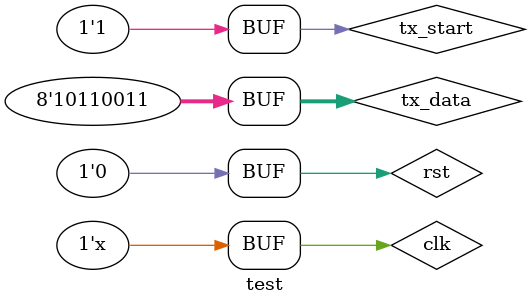
<source format=v>
`include "mux.v"
`include "tx_fsm.v"
`include "piso.v"
`include "parity_gen.v"

module top (clk, rst, tx_start, tx_data, tx_data_out, tx_busy);

    input clk, rst, tx_start;
    input [7:0] tx_data;

    output tx_busy, tx_data_out;

    wire shift, load_data, data_bit, parity_bit;
    wire [1:0] select;

    reg start_p = 0, stop_p = 1;

    tx_fsm t1 (.clk(clk), .rst(rst), .tx_start(tx_start), .shift(shift), .load_data(load_data), .select(select), .tx_busy(tx_busy));

    piso p1 (.clk(clk), .tx_data(tx_data), .shift(shift), .load_data(load_data), .data_bit(data_bit));

    parity_gen pg1 (.tx_data(tx_data), .load_data(load_data), .parity_bit(parity_bit));

    mux m1 (.start_bit(start_p), .data_bit(data_bit), .parity_bit(parity_bit), .stop_bit(stop_p), .select(select), .tx_data_out(tx_data_out));

endmodule

module test;

    reg clk, rst, tx_start;
    reg [7:0] tx_data;

    wire tx_busy, tx_data_out;

    top t1 (.clk(clk), .rst(rst), .tx_start(tx_start), .tx_data(tx_data), .tx_busy(tx_busy), .tx_data_out(tx_data_out));

    initial begin
        $dumpfile("top_tb.vcd");
        $dumpvars(0, test);

        clk=1; rst=1; tx_start=0; tx_data=8'b10110011; 
    	#10; 
        rst=0; 
        #10;
        tx_start=1;
        #52 tx_start=0;
        #12 tx_start=1;
    end

    always #2 clk=~clk;

    initial begin 
        $monitor("time=%0d, clk=%b, rst=%b, tx_start=%b, tx_data=%b", $time, clk, rst, tx_start, tx_data);
    end

endmodule
</source>
